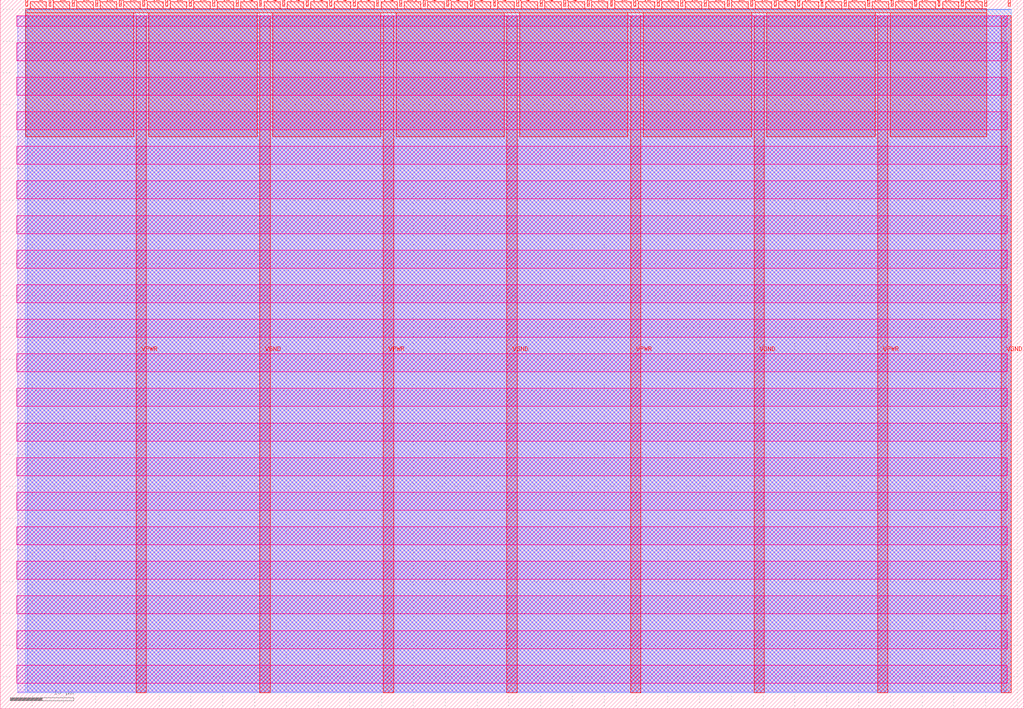
<source format=lef>
VERSION 5.7 ;
  NOWIREEXTENSIONATPIN ON ;
  DIVIDERCHAR "/" ;
  BUSBITCHARS "[]" ;
MACRO tt_um_chisel_hello_schoeberl
  CLASS BLOCK ;
  FOREIGN tt_um_chisel_hello_schoeberl ;
  ORIGIN 0.000 0.000 ;
  SIZE 161.000 BY 111.520 ;
  PIN VGND
    DIRECTION INOUT ;
    USE GROUND ;
    PORT
      LAYER met4 ;
        RECT 40.830 2.480 42.430 109.040 ;
    END
    PORT
      LAYER met4 ;
        RECT 79.700 2.480 81.300 109.040 ;
    END
    PORT
      LAYER met4 ;
        RECT 118.570 2.480 120.170 109.040 ;
    END
    PORT
      LAYER met4 ;
        RECT 157.440 2.480 159.040 109.040 ;
    END
  END VGND
  PIN VPWR
    DIRECTION INOUT ;
    USE POWER ;
    PORT
      LAYER met4 ;
        RECT 21.395 2.480 22.995 109.040 ;
    END
    PORT
      LAYER met4 ;
        RECT 60.265 2.480 61.865 109.040 ;
    END
    PORT
      LAYER met4 ;
        RECT 99.135 2.480 100.735 109.040 ;
    END
    PORT
      LAYER met4 ;
        RECT 138.005 2.480 139.605 109.040 ;
    END
  END VPWR
  PIN clk
    DIRECTION INPUT ;
    USE SIGNAL ;
    ANTENNAGATEAREA 0.852000 ;
    PORT
      LAYER met4 ;
        RECT 154.870 110.520 155.170 111.520 ;
    END
  END clk
  PIN ena
    DIRECTION INPUT ;
    USE SIGNAL ;
    PORT
      LAYER met4 ;
        RECT 158.550 110.520 158.850 111.520 ;
    END
  END ena
  PIN rst_n
    DIRECTION INPUT ;
    USE SIGNAL ;
    ANTENNAGATEAREA 0.247500 ;
    PORT
      LAYER met4 ;
        RECT 151.190 110.520 151.490 111.520 ;
    END
  END rst_n
  PIN ui_in[0]
    DIRECTION INPUT ;
    USE SIGNAL ;
    ANTENNAGATEAREA 0.213000 ;
    PORT
      LAYER met4 ;
        RECT 147.510 110.520 147.810 111.520 ;
    END
  END ui_in[0]
  PIN ui_in[1]
    DIRECTION INPUT ;
    USE SIGNAL ;
    PORT
      LAYER met4 ;
        RECT 143.830 110.520 144.130 111.520 ;
    END
  END ui_in[1]
  PIN ui_in[2]
    DIRECTION INPUT ;
    USE SIGNAL ;
    PORT
      LAYER met4 ;
        RECT 140.150 110.520 140.450 111.520 ;
    END
  END ui_in[2]
  PIN ui_in[3]
    DIRECTION INPUT ;
    USE SIGNAL ;
    PORT
      LAYER met4 ;
        RECT 136.470 110.520 136.770 111.520 ;
    END
  END ui_in[3]
  PIN ui_in[4]
    DIRECTION INPUT ;
    USE SIGNAL ;
    PORT
      LAYER met4 ;
        RECT 132.790 110.520 133.090 111.520 ;
    END
  END ui_in[4]
  PIN ui_in[5]
    DIRECTION INPUT ;
    USE SIGNAL ;
    PORT
      LAYER met4 ;
        RECT 129.110 110.520 129.410 111.520 ;
    END
  END ui_in[5]
  PIN ui_in[6]
    DIRECTION INPUT ;
    USE SIGNAL ;
    PORT
      LAYER met4 ;
        RECT 125.430 110.520 125.730 111.520 ;
    END
  END ui_in[6]
  PIN ui_in[7]
    DIRECTION INPUT ;
    USE SIGNAL ;
    PORT
      LAYER met4 ;
        RECT 121.750 110.520 122.050 111.520 ;
    END
  END ui_in[7]
  PIN uio_in[0]
    DIRECTION INPUT ;
    USE SIGNAL ;
    PORT
      LAYER met4 ;
        RECT 118.070 110.520 118.370 111.520 ;
    END
  END uio_in[0]
  PIN uio_in[1]
    DIRECTION INPUT ;
    USE SIGNAL ;
    PORT
      LAYER met4 ;
        RECT 114.390 110.520 114.690 111.520 ;
    END
  END uio_in[1]
  PIN uio_in[2]
    DIRECTION INPUT ;
    USE SIGNAL ;
    PORT
      LAYER met4 ;
        RECT 110.710 110.520 111.010 111.520 ;
    END
  END uio_in[2]
  PIN uio_in[3]
    DIRECTION INPUT ;
    USE SIGNAL ;
    PORT
      LAYER met4 ;
        RECT 107.030 110.520 107.330 111.520 ;
    END
  END uio_in[3]
  PIN uio_in[4]
    DIRECTION INPUT ;
    USE SIGNAL ;
    PORT
      LAYER met4 ;
        RECT 103.350 110.520 103.650 111.520 ;
    END
  END uio_in[4]
  PIN uio_in[5]
    DIRECTION INPUT ;
    USE SIGNAL ;
    PORT
      LAYER met4 ;
        RECT 99.670 110.520 99.970 111.520 ;
    END
  END uio_in[5]
  PIN uio_in[6]
    DIRECTION INPUT ;
    USE SIGNAL ;
    PORT
      LAYER met4 ;
        RECT 95.990 110.520 96.290 111.520 ;
    END
  END uio_in[6]
  PIN uio_in[7]
    DIRECTION INPUT ;
    USE SIGNAL ;
    PORT
      LAYER met4 ;
        RECT 92.310 110.520 92.610 111.520 ;
    END
  END uio_in[7]
  PIN uio_oe[0]
    DIRECTION OUTPUT TRISTATE ;
    USE SIGNAL ;
    PORT
      LAYER met4 ;
        RECT 29.750 110.520 30.050 111.520 ;
    END
  END uio_oe[0]
  PIN uio_oe[1]
    DIRECTION OUTPUT TRISTATE ;
    USE SIGNAL ;
    PORT
      LAYER met4 ;
        RECT 26.070 110.520 26.370 111.520 ;
    END
  END uio_oe[1]
  PIN uio_oe[2]
    DIRECTION OUTPUT TRISTATE ;
    USE SIGNAL ;
    PORT
      LAYER met4 ;
        RECT 22.390 110.520 22.690 111.520 ;
    END
  END uio_oe[2]
  PIN uio_oe[3]
    DIRECTION OUTPUT TRISTATE ;
    USE SIGNAL ;
    PORT
      LAYER met4 ;
        RECT 18.710 110.520 19.010 111.520 ;
    END
  END uio_oe[3]
  PIN uio_oe[4]
    DIRECTION OUTPUT TRISTATE ;
    USE SIGNAL ;
    PORT
      LAYER met4 ;
        RECT 15.030 110.520 15.330 111.520 ;
    END
  END uio_oe[4]
  PIN uio_oe[5]
    DIRECTION OUTPUT TRISTATE ;
    USE SIGNAL ;
    PORT
      LAYER met4 ;
        RECT 11.350 110.520 11.650 111.520 ;
    END
  END uio_oe[5]
  PIN uio_oe[6]
    DIRECTION OUTPUT TRISTATE ;
    USE SIGNAL ;
    PORT
      LAYER met4 ;
        RECT 7.670 110.520 7.970 111.520 ;
    END
  END uio_oe[6]
  PIN uio_oe[7]
    DIRECTION OUTPUT TRISTATE ;
    USE SIGNAL ;
    PORT
      LAYER met4 ;
        RECT 3.990 110.520 4.290 111.520 ;
    END
  END uio_oe[7]
  PIN uio_out[0]
    DIRECTION OUTPUT TRISTATE ;
    USE SIGNAL ;
    PORT
      LAYER met4 ;
        RECT 59.190 110.520 59.490 111.520 ;
    END
  END uio_out[0]
  PIN uio_out[1]
    DIRECTION OUTPUT TRISTATE ;
    USE SIGNAL ;
    PORT
      LAYER met4 ;
        RECT 55.510 110.520 55.810 111.520 ;
    END
  END uio_out[1]
  PIN uio_out[2]
    DIRECTION OUTPUT TRISTATE ;
    USE SIGNAL ;
    PORT
      LAYER met4 ;
        RECT 51.830 110.520 52.130 111.520 ;
    END
  END uio_out[2]
  PIN uio_out[3]
    DIRECTION OUTPUT TRISTATE ;
    USE SIGNAL ;
    PORT
      LAYER met4 ;
        RECT 48.150 110.520 48.450 111.520 ;
    END
  END uio_out[3]
  PIN uio_out[4]
    DIRECTION OUTPUT TRISTATE ;
    USE SIGNAL ;
    ANTENNADIFFAREA 0.795200 ;
    PORT
      LAYER met4 ;
        RECT 44.470 110.520 44.770 111.520 ;
    END
  END uio_out[4]
  PIN uio_out[5]
    DIRECTION OUTPUT TRISTATE ;
    USE SIGNAL ;
    PORT
      LAYER met4 ;
        RECT 40.790 110.520 41.090 111.520 ;
    END
  END uio_out[5]
  PIN uio_out[6]
    DIRECTION OUTPUT TRISTATE ;
    USE SIGNAL ;
    PORT
      LAYER met4 ;
        RECT 37.110 110.520 37.410 111.520 ;
    END
  END uio_out[6]
  PIN uio_out[7]
    DIRECTION OUTPUT TRISTATE ;
    USE SIGNAL ;
    PORT
      LAYER met4 ;
        RECT 33.430 110.520 33.730 111.520 ;
    END
  END uio_out[7]
  PIN uo_out[0]
    DIRECTION OUTPUT TRISTATE ;
    USE SIGNAL ;
    ANTENNADIFFAREA 0.462000 ;
    PORT
      LAYER met4 ;
        RECT 88.630 110.520 88.930 111.520 ;
    END
  END uo_out[0]
  PIN uo_out[1]
    DIRECTION OUTPUT TRISTATE ;
    USE SIGNAL ;
    ANTENNADIFFAREA 0.891000 ;
    PORT
      LAYER met4 ;
        RECT 84.950 110.520 85.250 111.520 ;
    END
  END uo_out[1]
  PIN uo_out[2]
    DIRECTION OUTPUT TRISTATE ;
    USE SIGNAL ;
    ANTENNADIFFAREA 0.891000 ;
    PORT
      LAYER met4 ;
        RECT 81.270 110.520 81.570 111.520 ;
    END
  END uo_out[2]
  PIN uo_out[3]
    DIRECTION OUTPUT TRISTATE ;
    USE SIGNAL ;
    ANTENNADIFFAREA 0.891000 ;
    PORT
      LAYER met4 ;
        RECT 77.590 110.520 77.890 111.520 ;
    END
  END uo_out[3]
  PIN uo_out[4]
    DIRECTION OUTPUT TRISTATE ;
    USE SIGNAL ;
    ANTENNADIFFAREA 0.911000 ;
    PORT
      LAYER met4 ;
        RECT 73.910 110.520 74.210 111.520 ;
    END
  END uo_out[4]
  PIN uo_out[5]
    DIRECTION OUTPUT TRISTATE ;
    USE SIGNAL ;
    ANTENNADIFFAREA 1.288000 ;
    PORT
      LAYER met4 ;
        RECT 70.230 110.520 70.530 111.520 ;
    END
  END uo_out[5]
  PIN uo_out[6]
    DIRECTION OUTPUT TRISTATE ;
    USE SIGNAL ;
    ANTENNADIFFAREA 1.288000 ;
    PORT
      LAYER met4 ;
        RECT 66.550 110.520 66.850 111.520 ;
    END
  END uo_out[6]
  PIN uo_out[7]
    DIRECTION OUTPUT TRISTATE ;
    USE SIGNAL ;
    ANTENNADIFFAREA 0.445500 ;
    PORT
      LAYER met4 ;
        RECT 62.870 110.520 63.170 111.520 ;
    END
  END uo_out[7]
  OBS
      LAYER nwell ;
        RECT 2.570 107.385 158.430 108.990 ;
        RECT 2.570 101.945 158.430 104.775 ;
        RECT 2.570 96.505 158.430 99.335 ;
        RECT 2.570 91.065 158.430 93.895 ;
        RECT 2.570 85.625 158.430 88.455 ;
        RECT 2.570 80.185 158.430 83.015 ;
        RECT 2.570 74.745 158.430 77.575 ;
        RECT 2.570 69.305 158.430 72.135 ;
        RECT 2.570 63.865 158.430 66.695 ;
        RECT 2.570 58.425 158.430 61.255 ;
        RECT 2.570 52.985 158.430 55.815 ;
        RECT 2.570 47.545 158.430 50.375 ;
        RECT 2.570 42.105 158.430 44.935 ;
        RECT 2.570 36.665 158.430 39.495 ;
        RECT 2.570 31.225 158.430 34.055 ;
        RECT 2.570 25.785 158.430 28.615 ;
        RECT 2.570 20.345 158.430 23.175 ;
        RECT 2.570 14.905 158.430 17.735 ;
        RECT 2.570 9.465 158.430 12.295 ;
        RECT 2.570 4.025 158.430 6.855 ;
      LAYER li1 ;
        RECT 2.760 2.635 158.240 108.885 ;
      LAYER met1 ;
        RECT 2.760 2.480 159.040 109.040 ;
      LAYER met2 ;
        RECT 4.230 2.535 159.010 110.005 ;
      LAYER met3 ;
        RECT 3.950 2.555 159.030 109.985 ;
      LAYER met4 ;
        RECT 4.690 110.120 7.270 111.170 ;
        RECT 8.370 110.120 10.950 111.170 ;
        RECT 12.050 110.120 14.630 111.170 ;
        RECT 15.730 110.120 18.310 111.170 ;
        RECT 19.410 110.120 21.990 111.170 ;
        RECT 23.090 110.120 25.670 111.170 ;
        RECT 26.770 110.120 29.350 111.170 ;
        RECT 30.450 110.120 33.030 111.170 ;
        RECT 34.130 110.120 36.710 111.170 ;
        RECT 37.810 110.120 40.390 111.170 ;
        RECT 41.490 110.120 44.070 111.170 ;
        RECT 45.170 110.120 47.750 111.170 ;
        RECT 48.850 110.120 51.430 111.170 ;
        RECT 52.530 110.120 55.110 111.170 ;
        RECT 56.210 110.120 58.790 111.170 ;
        RECT 59.890 110.120 62.470 111.170 ;
        RECT 63.570 110.120 66.150 111.170 ;
        RECT 67.250 110.120 69.830 111.170 ;
        RECT 70.930 110.120 73.510 111.170 ;
        RECT 74.610 110.120 77.190 111.170 ;
        RECT 78.290 110.120 80.870 111.170 ;
        RECT 81.970 110.120 84.550 111.170 ;
        RECT 85.650 110.120 88.230 111.170 ;
        RECT 89.330 110.120 91.910 111.170 ;
        RECT 93.010 110.120 95.590 111.170 ;
        RECT 96.690 110.120 99.270 111.170 ;
        RECT 100.370 110.120 102.950 111.170 ;
        RECT 104.050 110.120 106.630 111.170 ;
        RECT 107.730 110.120 110.310 111.170 ;
        RECT 111.410 110.120 113.990 111.170 ;
        RECT 115.090 110.120 117.670 111.170 ;
        RECT 118.770 110.120 121.350 111.170 ;
        RECT 122.450 110.120 125.030 111.170 ;
        RECT 126.130 110.120 128.710 111.170 ;
        RECT 129.810 110.120 132.390 111.170 ;
        RECT 133.490 110.120 136.070 111.170 ;
        RECT 137.170 110.120 139.750 111.170 ;
        RECT 140.850 110.120 143.430 111.170 ;
        RECT 144.530 110.120 147.110 111.170 ;
        RECT 148.210 110.120 150.790 111.170 ;
        RECT 151.890 110.120 154.470 111.170 ;
        RECT 3.975 109.440 155.185 110.120 ;
        RECT 3.975 89.935 20.995 109.440 ;
        RECT 23.395 89.935 40.430 109.440 ;
        RECT 42.830 89.935 59.865 109.440 ;
        RECT 62.265 89.935 79.300 109.440 ;
        RECT 81.700 89.935 98.735 109.440 ;
        RECT 101.135 89.935 118.170 109.440 ;
        RECT 120.570 89.935 137.605 109.440 ;
        RECT 140.005 89.935 155.185 109.440 ;
  END
END tt_um_chisel_hello_schoeberl
END LIBRARY


</source>
